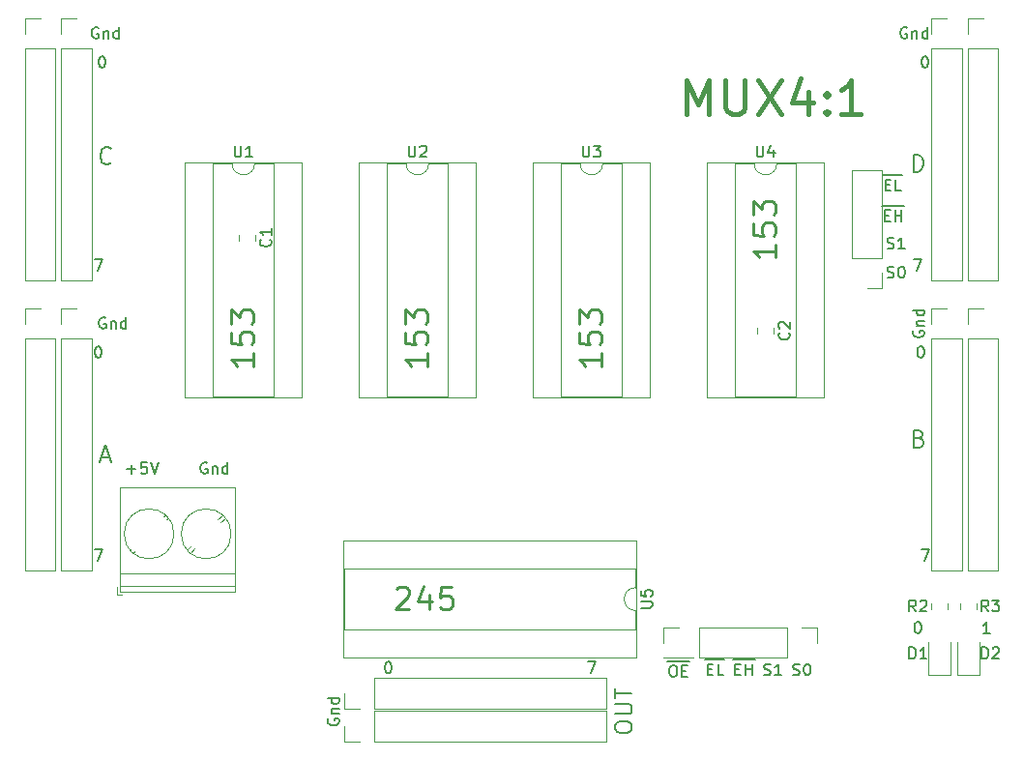
<source format=gbr>
%TF.GenerationSoftware,KiCad,Pcbnew,(5.1.8)-1*%
%TF.CreationDate,2023-07-01T01:21:54+03:00*%
%TF.ProjectId,MUX4x1,4d555834-7831-42e6-9b69-6361645f7063,rev?*%
%TF.SameCoordinates,Original*%
%TF.FileFunction,Legend,Top*%
%TF.FilePolarity,Positive*%
%FSLAX46Y46*%
G04 Gerber Fmt 4.6, Leading zero omitted, Abs format (unit mm)*
G04 Created by KiCad (PCBNEW (5.1.8)-1) date 2023-07-01 01:21:54*
%MOMM*%
%LPD*%
G01*
G04 APERTURE LIST*
%ADD10C,0.150000*%
%ADD11C,0.400000*%
%ADD12C,0.250000*%
%ADD13C,0.200000*%
%ADD14C,0.120000*%
G04 APERTURE END LIST*
D10*
X147359809Y-76047000D02*
X148264571Y-76047000D01*
X147597904Y-76890571D02*
X147931238Y-76890571D01*
X148074095Y-77414380D02*
X147597904Y-77414380D01*
X147597904Y-76414380D01*
X148074095Y-76414380D01*
X148264571Y-76047000D02*
X149312190Y-76047000D01*
X148502666Y-77414380D02*
X148502666Y-76414380D01*
X148502666Y-76890571D02*
X149074095Y-76890571D01*
X149074095Y-77414380D02*
X149074095Y-76414380D01*
X131857857Y-115798000D02*
X132762619Y-115798000D01*
X132095952Y-116641571D02*
X132429285Y-116641571D01*
X132572142Y-117165380D02*
X132095952Y-117165380D01*
X132095952Y-116165380D01*
X132572142Y-116165380D01*
X132762619Y-115798000D02*
X133572142Y-115798000D01*
X133476904Y-117165380D02*
X133000714Y-117165380D01*
X133000714Y-116165380D01*
D11*
X130223571Y-68032142D02*
X130223571Y-65032142D01*
X131223571Y-67175000D01*
X132223571Y-65032142D01*
X132223571Y-68032142D01*
X133652142Y-65032142D02*
X133652142Y-67460714D01*
X133795000Y-67746428D01*
X133937857Y-67889285D01*
X134223571Y-68032142D01*
X134795000Y-68032142D01*
X135080714Y-67889285D01*
X135223571Y-67746428D01*
X135366428Y-67460714D01*
X135366428Y-65032142D01*
X136509285Y-65032142D02*
X138509285Y-68032142D01*
X138509285Y-65032142D02*
X136509285Y-68032142D01*
X140937857Y-66032142D02*
X140937857Y-68032142D01*
X140223571Y-64889285D02*
X139509285Y-67032142D01*
X141366428Y-67032142D01*
X142509285Y-67746428D02*
X142652142Y-67889285D01*
X142509285Y-68032142D01*
X142366428Y-67889285D01*
X142509285Y-67746428D01*
X142509285Y-68032142D01*
X142509285Y-66175000D02*
X142652142Y-66317857D01*
X142509285Y-66460714D01*
X142366428Y-66317857D01*
X142509285Y-66175000D01*
X142509285Y-66460714D01*
X145509285Y-68032142D02*
X143795000Y-68032142D01*
X144652142Y-68032142D02*
X144652142Y-65032142D01*
X144366428Y-65460714D01*
X144080714Y-65746428D01*
X143795000Y-65889285D01*
D10*
X134278809Y-115798000D02*
X135183571Y-115798000D01*
X134516904Y-116641571D02*
X134850238Y-116641571D01*
X134993095Y-117165380D02*
X134516904Y-117165380D01*
X134516904Y-116165380D01*
X134993095Y-116165380D01*
X135183571Y-115798000D02*
X136231190Y-115798000D01*
X135421666Y-117165380D02*
X135421666Y-116165380D01*
X135421666Y-116641571D02*
X135993095Y-116641571D01*
X135993095Y-117165380D02*
X135993095Y-116165380D01*
X137033095Y-117117761D02*
X137175952Y-117165380D01*
X137414047Y-117165380D01*
X137509285Y-117117761D01*
X137556904Y-117070142D01*
X137604523Y-116974904D01*
X137604523Y-116879666D01*
X137556904Y-116784428D01*
X137509285Y-116736809D01*
X137414047Y-116689190D01*
X137223571Y-116641571D01*
X137128333Y-116593952D01*
X137080714Y-116546333D01*
X137033095Y-116451095D01*
X137033095Y-116355857D01*
X137080714Y-116260619D01*
X137128333Y-116213000D01*
X137223571Y-116165380D01*
X137461666Y-116165380D01*
X137604523Y-116213000D01*
X138556904Y-117165380D02*
X137985476Y-117165380D01*
X138271190Y-117165380D02*
X138271190Y-116165380D01*
X138175952Y-116308238D01*
X138080714Y-116403476D01*
X137985476Y-116451095D01*
X139573095Y-117117761D02*
X139715952Y-117165380D01*
X139954047Y-117165380D01*
X140049285Y-117117761D01*
X140096904Y-117070142D01*
X140144523Y-116974904D01*
X140144523Y-116879666D01*
X140096904Y-116784428D01*
X140049285Y-116736809D01*
X139954047Y-116689190D01*
X139763571Y-116641571D01*
X139668333Y-116593952D01*
X139620714Y-116546333D01*
X139573095Y-116451095D01*
X139573095Y-116355857D01*
X139620714Y-116260619D01*
X139668333Y-116213000D01*
X139763571Y-116165380D01*
X140001666Y-116165380D01*
X140144523Y-116213000D01*
X140763571Y-116165380D02*
X140858809Y-116165380D01*
X140954047Y-116213000D01*
X141001666Y-116260619D01*
X141049285Y-116355857D01*
X141096904Y-116546333D01*
X141096904Y-116784428D01*
X141049285Y-116974904D01*
X141001666Y-117070142D01*
X140954047Y-117117761D01*
X140858809Y-117165380D01*
X140763571Y-117165380D01*
X140668333Y-117117761D01*
X140620714Y-117070142D01*
X140573095Y-116974904D01*
X140525476Y-116784428D01*
X140525476Y-116546333D01*
X140573095Y-116355857D01*
X140620714Y-116260619D01*
X140668333Y-116213000D01*
X140763571Y-116165380D01*
X128563809Y-115925000D02*
X129611428Y-115925000D01*
X128992380Y-116292380D02*
X129182857Y-116292380D01*
X129278095Y-116340000D01*
X129373333Y-116435238D01*
X129420952Y-116625714D01*
X129420952Y-116959047D01*
X129373333Y-117149523D01*
X129278095Y-117244761D01*
X129182857Y-117292380D01*
X128992380Y-117292380D01*
X128897142Y-117244761D01*
X128801904Y-117149523D01*
X128754285Y-116959047D01*
X128754285Y-116625714D01*
X128801904Y-116435238D01*
X128897142Y-116340000D01*
X128992380Y-116292380D01*
X129611428Y-115925000D02*
X130516190Y-115925000D01*
X129849523Y-116768571D02*
X130182857Y-116768571D01*
X130325714Y-117292380D02*
X129849523Y-117292380D01*
X129849523Y-116292380D01*
X130325714Y-116292380D01*
D12*
X138064761Y-79438333D02*
X138064761Y-80581190D01*
X138064761Y-80009761D02*
X136064761Y-80009761D01*
X136350476Y-80200238D01*
X136540952Y-80390714D01*
X136636190Y-80581190D01*
X136064761Y-77628809D02*
X136064761Y-78581190D01*
X137017142Y-78676428D01*
X136921904Y-78581190D01*
X136826666Y-78390714D01*
X136826666Y-77914523D01*
X136921904Y-77724047D01*
X137017142Y-77628809D01*
X137207619Y-77533571D01*
X137683809Y-77533571D01*
X137874285Y-77628809D01*
X137969523Y-77724047D01*
X138064761Y-77914523D01*
X138064761Y-78390714D01*
X137969523Y-78581190D01*
X137874285Y-78676428D01*
X136064761Y-76866904D02*
X136064761Y-75628809D01*
X136826666Y-76295476D01*
X136826666Y-76009761D01*
X136921904Y-75819285D01*
X137017142Y-75724047D01*
X137207619Y-75628809D01*
X137683809Y-75628809D01*
X137874285Y-75724047D01*
X137969523Y-75819285D01*
X138064761Y-76009761D01*
X138064761Y-76581190D01*
X137969523Y-76771666D01*
X137874285Y-76866904D01*
X122824761Y-88963333D02*
X122824761Y-90106190D01*
X122824761Y-89534761D02*
X120824761Y-89534761D01*
X121110476Y-89725238D01*
X121300952Y-89915714D01*
X121396190Y-90106190D01*
X120824761Y-87153809D02*
X120824761Y-88106190D01*
X121777142Y-88201428D01*
X121681904Y-88106190D01*
X121586666Y-87915714D01*
X121586666Y-87439523D01*
X121681904Y-87249047D01*
X121777142Y-87153809D01*
X121967619Y-87058571D01*
X122443809Y-87058571D01*
X122634285Y-87153809D01*
X122729523Y-87249047D01*
X122824761Y-87439523D01*
X122824761Y-87915714D01*
X122729523Y-88106190D01*
X122634285Y-88201428D01*
X120824761Y-86391904D02*
X120824761Y-85153809D01*
X121586666Y-85820476D01*
X121586666Y-85534761D01*
X121681904Y-85344285D01*
X121777142Y-85249047D01*
X121967619Y-85153809D01*
X122443809Y-85153809D01*
X122634285Y-85249047D01*
X122729523Y-85344285D01*
X122824761Y-85534761D01*
X122824761Y-86106190D01*
X122729523Y-86296666D01*
X122634285Y-86391904D01*
X107584761Y-88963333D02*
X107584761Y-90106190D01*
X107584761Y-89534761D02*
X105584761Y-89534761D01*
X105870476Y-89725238D01*
X106060952Y-89915714D01*
X106156190Y-90106190D01*
X105584761Y-87153809D02*
X105584761Y-88106190D01*
X106537142Y-88201428D01*
X106441904Y-88106190D01*
X106346666Y-87915714D01*
X106346666Y-87439523D01*
X106441904Y-87249047D01*
X106537142Y-87153809D01*
X106727619Y-87058571D01*
X107203809Y-87058571D01*
X107394285Y-87153809D01*
X107489523Y-87249047D01*
X107584761Y-87439523D01*
X107584761Y-87915714D01*
X107489523Y-88106190D01*
X107394285Y-88201428D01*
X105584761Y-86391904D02*
X105584761Y-85153809D01*
X106346666Y-85820476D01*
X106346666Y-85534761D01*
X106441904Y-85344285D01*
X106537142Y-85249047D01*
X106727619Y-85153809D01*
X107203809Y-85153809D01*
X107394285Y-85249047D01*
X107489523Y-85344285D01*
X107584761Y-85534761D01*
X107584761Y-86106190D01*
X107489523Y-86296666D01*
X107394285Y-86391904D01*
X92344761Y-88963333D02*
X92344761Y-90106190D01*
X92344761Y-89534761D02*
X90344761Y-89534761D01*
X90630476Y-89725238D01*
X90820952Y-89915714D01*
X90916190Y-90106190D01*
X90344761Y-87153809D02*
X90344761Y-88106190D01*
X91297142Y-88201428D01*
X91201904Y-88106190D01*
X91106666Y-87915714D01*
X91106666Y-87439523D01*
X91201904Y-87249047D01*
X91297142Y-87153809D01*
X91487619Y-87058571D01*
X91963809Y-87058571D01*
X92154285Y-87153809D01*
X92249523Y-87249047D01*
X92344761Y-87439523D01*
X92344761Y-87915714D01*
X92249523Y-88106190D01*
X92154285Y-88201428D01*
X90344761Y-86391904D02*
X90344761Y-85153809D01*
X91106666Y-85820476D01*
X91106666Y-85534761D01*
X91201904Y-85344285D01*
X91297142Y-85249047D01*
X91487619Y-85153809D01*
X91963809Y-85153809D01*
X92154285Y-85249047D01*
X92249523Y-85344285D01*
X92344761Y-85534761D01*
X92344761Y-86106190D01*
X92249523Y-86296666D01*
X92154285Y-86391904D01*
X104838809Y-109585238D02*
X104934047Y-109490000D01*
X105124523Y-109394761D01*
X105600714Y-109394761D01*
X105791190Y-109490000D01*
X105886428Y-109585238D01*
X105981666Y-109775714D01*
X105981666Y-109966190D01*
X105886428Y-110251904D01*
X104743571Y-111394761D01*
X105981666Y-111394761D01*
X107695952Y-110061428D02*
X107695952Y-111394761D01*
X107219761Y-109299523D02*
X106743571Y-110728095D01*
X107981666Y-110728095D01*
X109695952Y-109394761D02*
X108743571Y-109394761D01*
X108648333Y-110347142D01*
X108743571Y-110251904D01*
X108934047Y-110156666D01*
X109410238Y-110156666D01*
X109600714Y-110251904D01*
X109695952Y-110347142D01*
X109791190Y-110537619D01*
X109791190Y-111013809D01*
X109695952Y-111204285D01*
X109600714Y-111299523D01*
X109410238Y-111394761D01*
X108934047Y-111394761D01*
X108743571Y-111299523D01*
X108648333Y-111204285D01*
D10*
X78732142Y-60460000D02*
X78636904Y-60412380D01*
X78494047Y-60412380D01*
X78351190Y-60460000D01*
X78255952Y-60555238D01*
X78208333Y-60650476D01*
X78160714Y-60840952D01*
X78160714Y-60983809D01*
X78208333Y-61174285D01*
X78255952Y-61269523D01*
X78351190Y-61364761D01*
X78494047Y-61412380D01*
X78589285Y-61412380D01*
X78732142Y-61364761D01*
X78779761Y-61317142D01*
X78779761Y-60983809D01*
X78589285Y-60983809D01*
X79208333Y-60745714D02*
X79208333Y-61412380D01*
X79208333Y-60840952D02*
X79255952Y-60793333D01*
X79351190Y-60745714D01*
X79494047Y-60745714D01*
X79589285Y-60793333D01*
X79636904Y-60888571D01*
X79636904Y-61412380D01*
X80541666Y-61412380D02*
X80541666Y-60412380D01*
X80541666Y-61364761D02*
X80446428Y-61412380D01*
X80255952Y-61412380D01*
X80160714Y-61364761D01*
X80113095Y-61317142D01*
X80065476Y-61221904D01*
X80065476Y-60936190D01*
X80113095Y-60840952D01*
X80160714Y-60793333D01*
X80255952Y-60745714D01*
X80446428Y-60745714D01*
X80541666Y-60793333D01*
X149534642Y-60460000D02*
X149439404Y-60412380D01*
X149296547Y-60412380D01*
X149153690Y-60460000D01*
X149058452Y-60555238D01*
X149010833Y-60650476D01*
X148963214Y-60840952D01*
X148963214Y-60983809D01*
X149010833Y-61174285D01*
X149058452Y-61269523D01*
X149153690Y-61364761D01*
X149296547Y-61412380D01*
X149391785Y-61412380D01*
X149534642Y-61364761D01*
X149582261Y-61317142D01*
X149582261Y-60983809D01*
X149391785Y-60983809D01*
X150010833Y-60745714D02*
X150010833Y-61412380D01*
X150010833Y-60840952D02*
X150058452Y-60793333D01*
X150153690Y-60745714D01*
X150296547Y-60745714D01*
X150391785Y-60793333D01*
X150439404Y-60888571D01*
X150439404Y-61412380D01*
X151344166Y-61412380D02*
X151344166Y-60412380D01*
X151344166Y-61364761D02*
X151248928Y-61412380D01*
X151058452Y-61412380D01*
X150963214Y-61364761D01*
X150915595Y-61317142D01*
X150867976Y-61221904D01*
X150867976Y-60936190D01*
X150915595Y-60840952D01*
X150963214Y-60793333D01*
X151058452Y-60745714D01*
X151248928Y-60745714D01*
X151344166Y-60793333D01*
X156813214Y-113482380D02*
X156241785Y-113482380D01*
X156527500Y-113482380D02*
X156527500Y-112482380D01*
X156432261Y-112625238D01*
X156337023Y-112720476D01*
X156241785Y-112768095D01*
X150447380Y-112482380D02*
X150542619Y-112482380D01*
X150637857Y-112530000D01*
X150685476Y-112577619D01*
X150733095Y-112672857D01*
X150780714Y-112863333D01*
X150780714Y-113101428D01*
X150733095Y-113291904D01*
X150685476Y-113387142D01*
X150637857Y-113434761D01*
X150542619Y-113482380D01*
X150447380Y-113482380D01*
X150352142Y-113434761D01*
X150304523Y-113387142D01*
X150256904Y-113291904D01*
X150209285Y-113101428D01*
X150209285Y-112863333D01*
X150256904Y-112672857D01*
X150304523Y-112577619D01*
X150352142Y-112530000D01*
X150447380Y-112482380D01*
X81264285Y-99131428D02*
X82026190Y-99131428D01*
X81645238Y-99512380D02*
X81645238Y-98750476D01*
X82978571Y-98512380D02*
X82502380Y-98512380D01*
X82454761Y-98988571D01*
X82502380Y-98940952D01*
X82597619Y-98893333D01*
X82835714Y-98893333D01*
X82930952Y-98940952D01*
X82978571Y-98988571D01*
X83026190Y-99083809D01*
X83026190Y-99321904D01*
X82978571Y-99417142D01*
X82930952Y-99464761D01*
X82835714Y-99512380D01*
X82597619Y-99512380D01*
X82502380Y-99464761D01*
X82454761Y-99417142D01*
X83311904Y-98512380D02*
X83645238Y-99512380D01*
X83978571Y-98512380D01*
X88257142Y-98560000D02*
X88161904Y-98512380D01*
X88019047Y-98512380D01*
X87876190Y-98560000D01*
X87780952Y-98655238D01*
X87733333Y-98750476D01*
X87685714Y-98940952D01*
X87685714Y-99083809D01*
X87733333Y-99274285D01*
X87780952Y-99369523D01*
X87876190Y-99464761D01*
X88019047Y-99512380D01*
X88114285Y-99512380D01*
X88257142Y-99464761D01*
X88304761Y-99417142D01*
X88304761Y-99083809D01*
X88114285Y-99083809D01*
X88733333Y-98845714D02*
X88733333Y-99512380D01*
X88733333Y-98940952D02*
X88780952Y-98893333D01*
X88876190Y-98845714D01*
X89019047Y-98845714D01*
X89114285Y-98893333D01*
X89161904Y-98988571D01*
X89161904Y-99512380D01*
X90066666Y-99512380D02*
X90066666Y-98512380D01*
X90066666Y-99464761D02*
X89971428Y-99512380D01*
X89780952Y-99512380D01*
X89685714Y-99464761D01*
X89638095Y-99417142D01*
X89590476Y-99321904D01*
X89590476Y-99036190D01*
X89638095Y-98940952D01*
X89685714Y-98893333D01*
X89780952Y-98845714D01*
X89971428Y-98845714D01*
X90066666Y-98893333D01*
X121586666Y-115974880D02*
X122253333Y-115974880D01*
X121824761Y-116974880D01*
X104092380Y-115974880D02*
X104187619Y-115974880D01*
X104282857Y-116022500D01*
X104330476Y-116070119D01*
X104378095Y-116165357D01*
X104425714Y-116355833D01*
X104425714Y-116593928D01*
X104378095Y-116784404D01*
X104330476Y-116879642D01*
X104282857Y-116927261D01*
X104187619Y-116974880D01*
X104092380Y-116974880D01*
X103997142Y-116927261D01*
X103949523Y-116879642D01*
X103901904Y-116784404D01*
X103854285Y-116593928D01*
X103854285Y-116355833D01*
X103901904Y-116165357D01*
X103949523Y-116070119D01*
X103997142Y-116022500D01*
X104092380Y-115974880D01*
X78406666Y-106132380D02*
X79073333Y-106132380D01*
X78644761Y-107132380D01*
X78406666Y-80732380D02*
X79073333Y-80732380D01*
X78644761Y-81732380D01*
X150161666Y-80732380D02*
X150828333Y-80732380D01*
X150399761Y-81732380D01*
X150796666Y-106132380D02*
X151463333Y-106132380D01*
X151034761Y-107132380D01*
X151082380Y-62952380D02*
X151177619Y-62952380D01*
X151272857Y-63000000D01*
X151320476Y-63047619D01*
X151368095Y-63142857D01*
X151415714Y-63333333D01*
X151415714Y-63571428D01*
X151368095Y-63761904D01*
X151320476Y-63857142D01*
X151272857Y-63904761D01*
X151177619Y-63952380D01*
X151082380Y-63952380D01*
X150987142Y-63904761D01*
X150939523Y-63857142D01*
X150891904Y-63761904D01*
X150844285Y-63571428D01*
X150844285Y-63333333D01*
X150891904Y-63142857D01*
X150939523Y-63047619D01*
X150987142Y-63000000D01*
X151082380Y-62952380D01*
X150701380Y-88352380D02*
X150796619Y-88352380D01*
X150891857Y-88400000D01*
X150939476Y-88447619D01*
X150987095Y-88542857D01*
X151034714Y-88733333D01*
X151034714Y-88971428D01*
X150987095Y-89161904D01*
X150939476Y-89257142D01*
X150891857Y-89304761D01*
X150796619Y-89352380D01*
X150701380Y-89352380D01*
X150606142Y-89304761D01*
X150558523Y-89257142D01*
X150510904Y-89161904D01*
X150463285Y-88971428D01*
X150463285Y-88733333D01*
X150510904Y-88542857D01*
X150558523Y-88447619D01*
X150606142Y-88400000D01*
X150701380Y-88352380D01*
X78692380Y-88352380D02*
X78787619Y-88352380D01*
X78882857Y-88400000D01*
X78930476Y-88447619D01*
X78978095Y-88542857D01*
X79025714Y-88733333D01*
X79025714Y-88971428D01*
X78978095Y-89161904D01*
X78930476Y-89257142D01*
X78882857Y-89304761D01*
X78787619Y-89352380D01*
X78692380Y-89352380D01*
X78597142Y-89304761D01*
X78549523Y-89257142D01*
X78501904Y-89161904D01*
X78454285Y-88971428D01*
X78454285Y-88733333D01*
X78501904Y-88542857D01*
X78549523Y-88447619D01*
X78597142Y-88400000D01*
X78692380Y-88352380D01*
X79009880Y-62952380D02*
X79105119Y-62952380D01*
X79200357Y-63000000D01*
X79247976Y-63047619D01*
X79295595Y-63142857D01*
X79343214Y-63333333D01*
X79343214Y-63571428D01*
X79295595Y-63761904D01*
X79247976Y-63857142D01*
X79200357Y-63904761D01*
X79105119Y-63952380D01*
X79009880Y-63952380D01*
X78914642Y-63904761D01*
X78867023Y-63857142D01*
X78819404Y-63761904D01*
X78771785Y-63571428D01*
X78771785Y-63333333D01*
X78819404Y-63142857D01*
X78867023Y-63047619D01*
X78914642Y-63000000D01*
X79009880Y-62952380D01*
X150122000Y-87002857D02*
X150074380Y-87098095D01*
X150074380Y-87240952D01*
X150122000Y-87383809D01*
X150217238Y-87479047D01*
X150312476Y-87526666D01*
X150502952Y-87574285D01*
X150645809Y-87574285D01*
X150836285Y-87526666D01*
X150931523Y-87479047D01*
X151026761Y-87383809D01*
X151074380Y-87240952D01*
X151074380Y-87145714D01*
X151026761Y-87002857D01*
X150979142Y-86955238D01*
X150645809Y-86955238D01*
X150645809Y-87145714D01*
X150407714Y-86526666D02*
X151074380Y-86526666D01*
X150502952Y-86526666D02*
X150455333Y-86479047D01*
X150407714Y-86383809D01*
X150407714Y-86240952D01*
X150455333Y-86145714D01*
X150550571Y-86098095D01*
X151074380Y-86098095D01*
X151074380Y-85193333D02*
X150074380Y-85193333D01*
X151026761Y-85193333D02*
X151074380Y-85288571D01*
X151074380Y-85479047D01*
X151026761Y-85574285D01*
X150979142Y-85621904D01*
X150883904Y-85669523D01*
X150598190Y-85669523D01*
X150502952Y-85621904D01*
X150455333Y-85574285D01*
X150407714Y-85479047D01*
X150407714Y-85288571D01*
X150455333Y-85193333D01*
X79367142Y-85860000D02*
X79271904Y-85812380D01*
X79129047Y-85812380D01*
X78986190Y-85860000D01*
X78890952Y-85955238D01*
X78843333Y-86050476D01*
X78795714Y-86240952D01*
X78795714Y-86383809D01*
X78843333Y-86574285D01*
X78890952Y-86669523D01*
X78986190Y-86764761D01*
X79129047Y-86812380D01*
X79224285Y-86812380D01*
X79367142Y-86764761D01*
X79414761Y-86717142D01*
X79414761Y-86383809D01*
X79224285Y-86383809D01*
X79843333Y-86145714D02*
X79843333Y-86812380D01*
X79843333Y-86240952D02*
X79890952Y-86193333D01*
X79986190Y-86145714D01*
X80129047Y-86145714D01*
X80224285Y-86193333D01*
X80271904Y-86288571D01*
X80271904Y-86812380D01*
X81176666Y-86812380D02*
X81176666Y-85812380D01*
X81176666Y-86764761D02*
X81081428Y-86812380D01*
X80890952Y-86812380D01*
X80795714Y-86764761D01*
X80748095Y-86717142D01*
X80700476Y-86621904D01*
X80700476Y-86336190D01*
X80748095Y-86240952D01*
X80795714Y-86193333D01*
X80890952Y-86145714D01*
X81081428Y-86145714D01*
X81176666Y-86193333D01*
X98877500Y-120975357D02*
X98829880Y-121070595D01*
X98829880Y-121213452D01*
X98877500Y-121356309D01*
X98972738Y-121451547D01*
X99067976Y-121499166D01*
X99258452Y-121546785D01*
X99401309Y-121546785D01*
X99591785Y-121499166D01*
X99687023Y-121451547D01*
X99782261Y-121356309D01*
X99829880Y-121213452D01*
X99829880Y-121118214D01*
X99782261Y-120975357D01*
X99734642Y-120927738D01*
X99401309Y-120927738D01*
X99401309Y-121118214D01*
X99163214Y-120499166D02*
X99829880Y-120499166D01*
X99258452Y-120499166D02*
X99210833Y-120451547D01*
X99163214Y-120356309D01*
X99163214Y-120213452D01*
X99210833Y-120118214D01*
X99306071Y-120070595D01*
X99829880Y-120070595D01*
X99829880Y-119165833D02*
X98829880Y-119165833D01*
X99782261Y-119165833D02*
X99829880Y-119261071D01*
X99829880Y-119451547D01*
X99782261Y-119546785D01*
X99734642Y-119594404D01*
X99639404Y-119642023D01*
X99353690Y-119642023D01*
X99258452Y-119594404D01*
X99210833Y-119546785D01*
X99163214Y-119451547D01*
X99163214Y-119261071D01*
X99210833Y-119165833D01*
X147828095Y-82319761D02*
X147970952Y-82367380D01*
X148209047Y-82367380D01*
X148304285Y-82319761D01*
X148351904Y-82272142D01*
X148399523Y-82176904D01*
X148399523Y-82081666D01*
X148351904Y-81986428D01*
X148304285Y-81938809D01*
X148209047Y-81891190D01*
X148018571Y-81843571D01*
X147923333Y-81795952D01*
X147875714Y-81748333D01*
X147828095Y-81653095D01*
X147828095Y-81557857D01*
X147875714Y-81462619D01*
X147923333Y-81415000D01*
X148018571Y-81367380D01*
X148256666Y-81367380D01*
X148399523Y-81415000D01*
X149018571Y-81367380D02*
X149113809Y-81367380D01*
X149209047Y-81415000D01*
X149256666Y-81462619D01*
X149304285Y-81557857D01*
X149351904Y-81748333D01*
X149351904Y-81986428D01*
X149304285Y-82176904D01*
X149256666Y-82272142D01*
X149209047Y-82319761D01*
X149113809Y-82367380D01*
X149018571Y-82367380D01*
X148923333Y-82319761D01*
X148875714Y-82272142D01*
X148828095Y-82176904D01*
X148780476Y-81986428D01*
X148780476Y-81748333D01*
X148828095Y-81557857D01*
X148875714Y-81462619D01*
X148923333Y-81415000D01*
X149018571Y-81367380D01*
X147828095Y-79779761D02*
X147970952Y-79827380D01*
X148209047Y-79827380D01*
X148304285Y-79779761D01*
X148351904Y-79732142D01*
X148399523Y-79636904D01*
X148399523Y-79541666D01*
X148351904Y-79446428D01*
X148304285Y-79398809D01*
X148209047Y-79351190D01*
X148018571Y-79303571D01*
X147923333Y-79255952D01*
X147875714Y-79208333D01*
X147828095Y-79113095D01*
X147828095Y-79017857D01*
X147875714Y-78922619D01*
X147923333Y-78875000D01*
X148018571Y-78827380D01*
X148256666Y-78827380D01*
X148399523Y-78875000D01*
X149351904Y-79827380D02*
X148780476Y-79827380D01*
X149066190Y-79827380D02*
X149066190Y-78827380D01*
X148970952Y-78970238D01*
X148875714Y-79065476D01*
X148780476Y-79113095D01*
X147415357Y-73380000D02*
X148320119Y-73380000D01*
X147653452Y-74223571D02*
X147986785Y-74223571D01*
X148129642Y-74747380D02*
X147653452Y-74747380D01*
X147653452Y-73747380D01*
X148129642Y-73747380D01*
X148320119Y-73380000D02*
X149129642Y-73380000D01*
X149034404Y-74747380D02*
X148558214Y-74747380D01*
X148558214Y-73747380D01*
D13*
X150602142Y-96412857D02*
X150816428Y-96484285D01*
X150887857Y-96555714D01*
X150959285Y-96698571D01*
X150959285Y-96912857D01*
X150887857Y-97055714D01*
X150816428Y-97127142D01*
X150673571Y-97198571D01*
X150102142Y-97198571D01*
X150102142Y-95698571D01*
X150602142Y-95698571D01*
X150745000Y-95770000D01*
X150816428Y-95841428D01*
X150887857Y-95984285D01*
X150887857Y-96127142D01*
X150816428Y-96270000D01*
X150745000Y-96341428D01*
X150602142Y-96412857D01*
X150102142Y-96412857D01*
X150102142Y-73068571D02*
X150102142Y-71568571D01*
X150459285Y-71568571D01*
X150673571Y-71640000D01*
X150816428Y-71782857D01*
X150887857Y-71925714D01*
X150959285Y-72211428D01*
X150959285Y-72425714D01*
X150887857Y-72711428D01*
X150816428Y-72854285D01*
X150673571Y-72997142D01*
X150459285Y-73068571D01*
X150102142Y-73068571D01*
X123956071Y-121832500D02*
X123956071Y-121546785D01*
X124027500Y-121403928D01*
X124170357Y-121261071D01*
X124456071Y-121189642D01*
X124956071Y-121189642D01*
X125241785Y-121261071D01*
X125384642Y-121403928D01*
X125456071Y-121546785D01*
X125456071Y-121832500D01*
X125384642Y-121975357D01*
X125241785Y-122118214D01*
X124956071Y-122189642D01*
X124456071Y-122189642D01*
X124170357Y-122118214D01*
X124027500Y-121975357D01*
X123956071Y-121832500D01*
X123956071Y-120546785D02*
X125170357Y-120546785D01*
X125313214Y-120475357D01*
X125384642Y-120403928D01*
X125456071Y-120261071D01*
X125456071Y-119975357D01*
X125384642Y-119832500D01*
X125313214Y-119761071D01*
X125170357Y-119689642D01*
X123956071Y-119689642D01*
X123956071Y-119189642D02*
X123956071Y-118332500D01*
X125456071Y-118761071D02*
X123956071Y-118761071D01*
X79839285Y-72290714D02*
X79767857Y-72362142D01*
X79553571Y-72433571D01*
X79410714Y-72433571D01*
X79196428Y-72362142D01*
X79053571Y-72219285D01*
X78982142Y-72076428D01*
X78910714Y-71790714D01*
X78910714Y-71576428D01*
X78982142Y-71290714D01*
X79053571Y-71147857D01*
X79196428Y-71005000D01*
X79410714Y-70933571D01*
X79553571Y-70933571D01*
X79767857Y-71005000D01*
X79839285Y-71076428D01*
X79017857Y-98040000D02*
X79732142Y-98040000D01*
X78875000Y-98468571D02*
X79375000Y-96968571D01*
X79875000Y-98468571D01*
D14*
%TO.C,J14*%
X141665000Y-112970000D02*
X141665000Y-114300000D01*
X140335000Y-112970000D02*
X141665000Y-112970000D01*
X139065000Y-112970000D02*
X139065000Y-115630000D01*
X139065000Y-115630000D02*
X131385000Y-115630000D01*
X139065000Y-112970000D02*
X131385000Y-112970000D01*
X131385000Y-112970000D02*
X131385000Y-115630000D01*
%TO.C,J7*%
X147380000Y-83245000D02*
X146050000Y-83245000D01*
X147380000Y-81915000D02*
X147380000Y-83245000D01*
X147380000Y-80645000D02*
X144720000Y-80645000D01*
X144720000Y-80645000D02*
X144720000Y-72965000D01*
X147380000Y-80645000D02*
X147380000Y-72965000D01*
X147380000Y-72965000D02*
X144720000Y-72965000D01*
%TO.C,J13*%
X128210000Y-115630000D02*
X130870000Y-115630000D01*
X128210000Y-115570000D02*
X128210000Y-115630000D01*
X130870000Y-115570000D02*
X130870000Y-115630000D01*
X128210000Y-115570000D02*
X130870000Y-115570000D01*
X128210000Y-114300000D02*
X128210000Y-112970000D01*
X128210000Y-112970000D02*
X129540000Y-112970000D01*
%TO.C,C2*%
X136425000Y-86733748D02*
X136425000Y-87256252D01*
X137895000Y-86733748D02*
X137895000Y-87256252D01*
%TO.C,C1*%
X91022500Y-78563748D02*
X91022500Y-79086252D01*
X92492500Y-78563748D02*
X92492500Y-79086252D01*
%TO.C,J12*%
X100270000Y-122932500D02*
X100270000Y-121602500D01*
X101600000Y-122932500D02*
X100270000Y-122932500D01*
X102870000Y-122932500D02*
X102870000Y-120272500D01*
X102870000Y-120272500D02*
X123250000Y-120272500D01*
X102870000Y-122932500D02*
X123250000Y-122932500D01*
X123250000Y-122932500D02*
X123250000Y-120272500D01*
%TO.C,J11*%
X154880000Y-82610000D02*
X157540000Y-82610000D01*
X154880000Y-62230000D02*
X154880000Y-82610000D01*
X157540000Y-62230000D02*
X157540000Y-82610000D01*
X154880000Y-62230000D02*
X157540000Y-62230000D01*
X154880000Y-60960000D02*
X154880000Y-59630000D01*
X154880000Y-59630000D02*
X156210000Y-59630000D01*
%TO.C,J10*%
X72330000Y-82610000D02*
X74990000Y-82610000D01*
X72330000Y-62230000D02*
X72330000Y-82610000D01*
X74990000Y-62230000D02*
X74990000Y-82610000D01*
X72330000Y-62230000D02*
X74990000Y-62230000D01*
X72330000Y-60960000D02*
X72330000Y-59630000D01*
X72330000Y-59630000D02*
X73660000Y-59630000D01*
%TO.C,J9*%
X154880000Y-108010000D02*
X157540000Y-108010000D01*
X154880000Y-87630000D02*
X154880000Y-108010000D01*
X157540000Y-87630000D02*
X157540000Y-108010000D01*
X154880000Y-87630000D02*
X157540000Y-87630000D01*
X154880000Y-86360000D02*
X154880000Y-85030000D01*
X154880000Y-85030000D02*
X156210000Y-85030000D01*
%TO.C,J8*%
X72330000Y-108010000D02*
X74990000Y-108010000D01*
X72330000Y-87630000D02*
X72330000Y-108010000D01*
X74990000Y-87630000D02*
X74990000Y-108010000D01*
X72330000Y-87630000D02*
X74990000Y-87630000D01*
X72330000Y-86360000D02*
X72330000Y-85030000D01*
X72330000Y-85030000D02*
X73660000Y-85030000D01*
%TO.C,U2*%
X111820000Y-72270000D02*
X101540000Y-72270000D01*
X111820000Y-92830000D02*
X111820000Y-72270000D01*
X101540000Y-92830000D02*
X111820000Y-92830000D01*
X101540000Y-72270000D02*
X101540000Y-92830000D01*
X109330000Y-72330000D02*
X107680000Y-72330000D01*
X109330000Y-92770000D02*
X109330000Y-72330000D01*
X104030000Y-92770000D02*
X109330000Y-92770000D01*
X104030000Y-72330000D02*
X104030000Y-92770000D01*
X105680000Y-72330000D02*
X104030000Y-72330000D01*
X107680000Y-72330000D02*
G75*
G02*
X105680000Y-72330000I-1000000J0D01*
G01*
%TO.C,J1*%
X85365000Y-104775000D02*
G75*
G03*
X85365000Y-104775000I-2180000J0D01*
G01*
X90365000Y-104775000D02*
G75*
G03*
X90365000Y-104775000I-2180000J0D01*
G01*
X80625000Y-109375000D02*
X90745000Y-109375000D01*
X80625000Y-108275000D02*
X90745000Y-108275000D01*
X80625000Y-100715000D02*
X90745000Y-100715000D01*
X80625000Y-109835000D02*
X90745000Y-109835000D01*
X80625000Y-100715000D02*
X80625000Y-109835000D01*
X90745000Y-100715000D02*
X90745000Y-109835000D01*
X84839000Y-103387000D02*
X84732000Y-103494000D01*
X81903000Y-106322000D02*
X81797000Y-106429000D01*
X84573000Y-103121000D02*
X84466000Y-103228000D01*
X81637000Y-106056000D02*
X81531000Y-106163000D01*
X89839000Y-103387000D02*
X89444000Y-103783000D01*
X87178000Y-106049000D02*
X86798000Y-106429000D01*
X89573000Y-103121000D02*
X89193000Y-103501000D01*
X86927000Y-105767000D02*
X86532000Y-106163000D01*
X80385000Y-109435000D02*
X80385000Y-110075000D01*
X80385000Y-110075000D02*
X80785000Y-110075000D01*
%TO.C,J2*%
X75505000Y-108010000D02*
X78165000Y-108010000D01*
X75505000Y-87630000D02*
X75505000Y-108010000D01*
X78165000Y-87630000D02*
X78165000Y-108010000D01*
X75505000Y-87630000D02*
X78165000Y-87630000D01*
X75505000Y-86360000D02*
X75505000Y-85030000D01*
X75505000Y-85030000D02*
X76835000Y-85030000D01*
%TO.C,J3*%
X151705000Y-85030000D02*
X153035000Y-85030000D01*
X151705000Y-86360000D02*
X151705000Y-85030000D01*
X151705000Y-87630000D02*
X154365000Y-87630000D01*
X154365000Y-87630000D02*
X154365000Y-108010000D01*
X151705000Y-87630000D02*
X151705000Y-108010000D01*
X151705000Y-108010000D02*
X154365000Y-108010000D01*
%TO.C,J4*%
X75505000Y-82610000D02*
X78165000Y-82610000D01*
X75505000Y-62230000D02*
X75505000Y-82610000D01*
X78165000Y-62230000D02*
X78165000Y-82610000D01*
X75505000Y-62230000D02*
X78165000Y-62230000D01*
X75505000Y-60960000D02*
X75505000Y-59630000D01*
X75505000Y-59630000D02*
X76835000Y-59630000D01*
%TO.C,J5*%
X151705000Y-59630000D02*
X153035000Y-59630000D01*
X151705000Y-60960000D02*
X151705000Y-59630000D01*
X151705000Y-62230000D02*
X154365000Y-62230000D01*
X154365000Y-62230000D02*
X154365000Y-82610000D01*
X151705000Y-62230000D02*
X151705000Y-82610000D01*
X151705000Y-82610000D02*
X154365000Y-82610000D01*
%TO.C,J6*%
X123250000Y-120075000D02*
X123250000Y-117415000D01*
X102870000Y-120075000D02*
X123250000Y-120075000D01*
X102870000Y-117415000D02*
X123250000Y-117415000D01*
X102870000Y-120075000D02*
X102870000Y-117415000D01*
X101600000Y-120075000D02*
X100270000Y-120075000D01*
X100270000Y-120075000D02*
X100270000Y-118745000D01*
%TO.C,U1*%
X90440000Y-72330000D02*
X88790000Y-72330000D01*
X88790000Y-72330000D02*
X88790000Y-92770000D01*
X88790000Y-92770000D02*
X94090000Y-92770000D01*
X94090000Y-92770000D02*
X94090000Y-72330000D01*
X94090000Y-72330000D02*
X92440000Y-72330000D01*
X86300000Y-72270000D02*
X86300000Y-92830000D01*
X86300000Y-92830000D02*
X96580000Y-92830000D01*
X96580000Y-92830000D02*
X96580000Y-72270000D01*
X96580000Y-72270000D02*
X86300000Y-72270000D01*
X92440000Y-72330000D02*
G75*
G02*
X90440000Y-72330000I-1000000J0D01*
G01*
%TO.C,U3*%
X120920000Y-72330000D02*
X119270000Y-72330000D01*
X119270000Y-72330000D02*
X119270000Y-92770000D01*
X119270000Y-92770000D02*
X124570000Y-92770000D01*
X124570000Y-92770000D02*
X124570000Y-72330000D01*
X124570000Y-72330000D02*
X122920000Y-72330000D01*
X116780000Y-72270000D02*
X116780000Y-92830000D01*
X116780000Y-92830000D02*
X127060000Y-92830000D01*
X127060000Y-92830000D02*
X127060000Y-72270000D01*
X127060000Y-72270000D02*
X116780000Y-72270000D01*
X122920000Y-72330000D02*
G75*
G02*
X120920000Y-72330000I-1000000J0D01*
G01*
%TO.C,U4*%
X142300000Y-72270000D02*
X132020000Y-72270000D01*
X142300000Y-92830000D02*
X142300000Y-72270000D01*
X132020000Y-92830000D02*
X142300000Y-92830000D01*
X132020000Y-72270000D02*
X132020000Y-92830000D01*
X139810000Y-72330000D02*
X138160000Y-72330000D01*
X139810000Y-92770000D02*
X139810000Y-72330000D01*
X134510000Y-92770000D02*
X139810000Y-92770000D01*
X134510000Y-72330000D02*
X134510000Y-92770000D01*
X136160000Y-72330000D02*
X134510000Y-72330000D01*
X138160000Y-72330000D02*
G75*
G02*
X136160000Y-72330000I-1000000J0D01*
G01*
%TO.C,D1*%
X151440000Y-114252500D02*
X151440000Y-117112500D01*
X151440000Y-117112500D02*
X153360000Y-117112500D01*
X153360000Y-117112500D02*
X153360000Y-114252500D01*
%TO.C,D2*%
X155900000Y-117112500D02*
X155900000Y-114252500D01*
X153980000Y-117112500D02*
X155900000Y-117112500D01*
X153980000Y-114252500D02*
X153980000Y-117112500D01*
%TO.C,R2*%
X153135000Y-111352064D02*
X153135000Y-110897936D01*
X151665000Y-111352064D02*
X151665000Y-110897936D01*
%TO.C,R3*%
X154205000Y-111352064D02*
X154205000Y-110897936D01*
X155675000Y-111352064D02*
X155675000Y-110897936D01*
%TO.C,U5*%
X125790000Y-109490000D02*
X125790000Y-107840000D01*
X125790000Y-107840000D02*
X100270000Y-107840000D01*
X100270000Y-107840000D02*
X100270000Y-113140000D01*
X100270000Y-113140000D02*
X125790000Y-113140000D01*
X125790000Y-113140000D02*
X125790000Y-111490000D01*
X125850000Y-105350000D02*
X100210000Y-105350000D01*
X100210000Y-105350000D02*
X100210000Y-115630000D01*
X100210000Y-115630000D02*
X125850000Y-115630000D01*
X125850000Y-115630000D02*
X125850000Y-105350000D01*
X125790000Y-111490000D02*
G75*
G02*
X125790000Y-109490000I0J1000000D01*
G01*
%TO.C,C2*%
D10*
X139197142Y-87161666D02*
X139244761Y-87209285D01*
X139292380Y-87352142D01*
X139292380Y-87447380D01*
X139244761Y-87590238D01*
X139149523Y-87685476D01*
X139054285Y-87733095D01*
X138863809Y-87780714D01*
X138720952Y-87780714D01*
X138530476Y-87733095D01*
X138435238Y-87685476D01*
X138340000Y-87590238D01*
X138292380Y-87447380D01*
X138292380Y-87352142D01*
X138340000Y-87209285D01*
X138387619Y-87161666D01*
X138387619Y-86780714D02*
X138340000Y-86733095D01*
X138292380Y-86637857D01*
X138292380Y-86399761D01*
X138340000Y-86304523D01*
X138387619Y-86256904D01*
X138482857Y-86209285D01*
X138578095Y-86209285D01*
X138720952Y-86256904D01*
X139292380Y-86828333D01*
X139292380Y-86209285D01*
%TO.C,C1*%
X93794642Y-78991666D02*
X93842261Y-79039285D01*
X93889880Y-79182142D01*
X93889880Y-79277380D01*
X93842261Y-79420238D01*
X93747023Y-79515476D01*
X93651785Y-79563095D01*
X93461309Y-79610714D01*
X93318452Y-79610714D01*
X93127976Y-79563095D01*
X93032738Y-79515476D01*
X92937500Y-79420238D01*
X92889880Y-79277380D01*
X92889880Y-79182142D01*
X92937500Y-79039285D01*
X92985119Y-78991666D01*
X93889880Y-78039285D02*
X93889880Y-78610714D01*
X93889880Y-78325000D02*
X92889880Y-78325000D01*
X93032738Y-78420238D01*
X93127976Y-78515476D01*
X93175595Y-78610714D01*
%TO.C,U2*%
X105918095Y-70782380D02*
X105918095Y-71591904D01*
X105965714Y-71687142D01*
X106013333Y-71734761D01*
X106108571Y-71782380D01*
X106299047Y-71782380D01*
X106394285Y-71734761D01*
X106441904Y-71687142D01*
X106489523Y-71591904D01*
X106489523Y-70782380D01*
X106918095Y-70877619D02*
X106965714Y-70830000D01*
X107060952Y-70782380D01*
X107299047Y-70782380D01*
X107394285Y-70830000D01*
X107441904Y-70877619D01*
X107489523Y-70972857D01*
X107489523Y-71068095D01*
X107441904Y-71210952D01*
X106870476Y-71782380D01*
X107489523Y-71782380D01*
%TO.C,U1*%
X90678095Y-70782380D02*
X90678095Y-71591904D01*
X90725714Y-71687142D01*
X90773333Y-71734761D01*
X90868571Y-71782380D01*
X91059047Y-71782380D01*
X91154285Y-71734761D01*
X91201904Y-71687142D01*
X91249523Y-71591904D01*
X91249523Y-70782380D01*
X92249523Y-71782380D02*
X91678095Y-71782380D01*
X91963809Y-71782380D02*
X91963809Y-70782380D01*
X91868571Y-70925238D01*
X91773333Y-71020476D01*
X91678095Y-71068095D01*
%TO.C,U3*%
X121158095Y-70782380D02*
X121158095Y-71591904D01*
X121205714Y-71687142D01*
X121253333Y-71734761D01*
X121348571Y-71782380D01*
X121539047Y-71782380D01*
X121634285Y-71734761D01*
X121681904Y-71687142D01*
X121729523Y-71591904D01*
X121729523Y-70782380D01*
X122110476Y-70782380D02*
X122729523Y-70782380D01*
X122396190Y-71163333D01*
X122539047Y-71163333D01*
X122634285Y-71210952D01*
X122681904Y-71258571D01*
X122729523Y-71353809D01*
X122729523Y-71591904D01*
X122681904Y-71687142D01*
X122634285Y-71734761D01*
X122539047Y-71782380D01*
X122253333Y-71782380D01*
X122158095Y-71734761D01*
X122110476Y-71687142D01*
%TO.C,U4*%
X136398095Y-70782380D02*
X136398095Y-71591904D01*
X136445714Y-71687142D01*
X136493333Y-71734761D01*
X136588571Y-71782380D01*
X136779047Y-71782380D01*
X136874285Y-71734761D01*
X136921904Y-71687142D01*
X136969523Y-71591904D01*
X136969523Y-70782380D01*
X137874285Y-71115714D02*
X137874285Y-71782380D01*
X137636190Y-70734761D02*
X137398095Y-71449047D01*
X138017142Y-71449047D01*
%TO.C,D1*%
X149756904Y-115704880D02*
X149756904Y-114704880D01*
X149995000Y-114704880D01*
X150137857Y-114752500D01*
X150233095Y-114847738D01*
X150280714Y-114942976D01*
X150328333Y-115133452D01*
X150328333Y-115276309D01*
X150280714Y-115466785D01*
X150233095Y-115562023D01*
X150137857Y-115657261D01*
X149995000Y-115704880D01*
X149756904Y-115704880D01*
X151280714Y-115704880D02*
X150709285Y-115704880D01*
X150995000Y-115704880D02*
X150995000Y-114704880D01*
X150899761Y-114847738D01*
X150804523Y-114942976D01*
X150709285Y-114990595D01*
%TO.C,D2*%
X156106904Y-115704880D02*
X156106904Y-114704880D01*
X156345000Y-114704880D01*
X156487857Y-114752500D01*
X156583095Y-114847738D01*
X156630714Y-114942976D01*
X156678333Y-115133452D01*
X156678333Y-115276309D01*
X156630714Y-115466785D01*
X156583095Y-115562023D01*
X156487857Y-115657261D01*
X156345000Y-115704880D01*
X156106904Y-115704880D01*
X157059285Y-114800119D02*
X157106904Y-114752500D01*
X157202142Y-114704880D01*
X157440238Y-114704880D01*
X157535476Y-114752500D01*
X157583095Y-114800119D01*
X157630714Y-114895357D01*
X157630714Y-114990595D01*
X157583095Y-115133452D01*
X157011666Y-115704880D01*
X157630714Y-115704880D01*
%TO.C,R2*%
X150328333Y-111577380D02*
X149995000Y-111101190D01*
X149756904Y-111577380D02*
X149756904Y-110577380D01*
X150137857Y-110577380D01*
X150233095Y-110625000D01*
X150280714Y-110672619D01*
X150328333Y-110767857D01*
X150328333Y-110910714D01*
X150280714Y-111005952D01*
X150233095Y-111053571D01*
X150137857Y-111101190D01*
X149756904Y-111101190D01*
X150709285Y-110672619D02*
X150756904Y-110625000D01*
X150852142Y-110577380D01*
X151090238Y-110577380D01*
X151185476Y-110625000D01*
X151233095Y-110672619D01*
X151280714Y-110767857D01*
X151280714Y-110863095D01*
X151233095Y-111005952D01*
X150661666Y-111577380D01*
X151280714Y-111577380D01*
%TO.C,R3*%
X156678333Y-111577380D02*
X156345000Y-111101190D01*
X156106904Y-111577380D02*
X156106904Y-110577380D01*
X156487857Y-110577380D01*
X156583095Y-110625000D01*
X156630714Y-110672619D01*
X156678333Y-110767857D01*
X156678333Y-110910714D01*
X156630714Y-111005952D01*
X156583095Y-111053571D01*
X156487857Y-111101190D01*
X156106904Y-111101190D01*
X157011666Y-110577380D02*
X157630714Y-110577380D01*
X157297380Y-110958333D01*
X157440238Y-110958333D01*
X157535476Y-111005952D01*
X157583095Y-111053571D01*
X157630714Y-111148809D01*
X157630714Y-111386904D01*
X157583095Y-111482142D01*
X157535476Y-111529761D01*
X157440238Y-111577380D01*
X157154523Y-111577380D01*
X157059285Y-111529761D01*
X157011666Y-111482142D01*
%TO.C,U5*%
X126242380Y-111251904D02*
X127051904Y-111251904D01*
X127147142Y-111204285D01*
X127194761Y-111156666D01*
X127242380Y-111061428D01*
X127242380Y-110870952D01*
X127194761Y-110775714D01*
X127147142Y-110728095D01*
X127051904Y-110680476D01*
X126242380Y-110680476D01*
X126242380Y-109728095D02*
X126242380Y-110204285D01*
X126718571Y-110251904D01*
X126670952Y-110204285D01*
X126623333Y-110109047D01*
X126623333Y-109870952D01*
X126670952Y-109775714D01*
X126718571Y-109728095D01*
X126813809Y-109680476D01*
X127051904Y-109680476D01*
X127147142Y-109728095D01*
X127194761Y-109775714D01*
X127242380Y-109870952D01*
X127242380Y-110109047D01*
X127194761Y-110204285D01*
X127147142Y-110251904D01*
%TD*%
M02*

</source>
